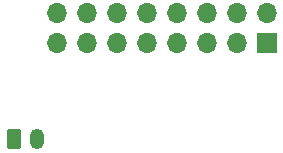
<source format=gbr>
%TF.GenerationSoftware,KiCad,Pcbnew,7.0.10-7.0.10~ubuntu22.04.1*%
%TF.CreationDate,2024-03-25T00:06:17+02:00*%
%TF.ProjectId,Power_Sub,506f7765-725f-4537-9562-2e6b69636164,rev?*%
%TF.SameCoordinates,Original*%
%TF.FileFunction,Soldermask,Bot*%
%TF.FilePolarity,Negative*%
%FSLAX46Y46*%
G04 Gerber Fmt 4.6, Leading zero omitted, Abs format (unit mm)*
G04 Created by KiCad (PCBNEW 7.0.10-7.0.10~ubuntu22.04.1) date 2024-03-25 00:06:17*
%MOMM*%
%LPD*%
G01*
G04 APERTURE LIST*
G04 Aperture macros list*
%AMRoundRect*
0 Rectangle with rounded corners*
0 $1 Rounding radius*
0 $2 $3 $4 $5 $6 $7 $8 $9 X,Y pos of 4 corners*
0 Add a 4 corners polygon primitive as box body*
4,1,4,$2,$3,$4,$5,$6,$7,$8,$9,$2,$3,0*
0 Add four circle primitives for the rounded corners*
1,1,$1+$1,$2,$3*
1,1,$1+$1,$4,$5*
1,1,$1+$1,$6,$7*
1,1,$1+$1,$8,$9*
0 Add four rect primitives between the rounded corners*
20,1,$1+$1,$2,$3,$4,$5,0*
20,1,$1+$1,$4,$5,$6,$7,0*
20,1,$1+$1,$6,$7,$8,$9,0*
20,1,$1+$1,$8,$9,$2,$3,0*%
G04 Aperture macros list end*
%ADD10RoundRect,0.250000X-0.350000X-0.625000X0.350000X-0.625000X0.350000X0.625000X-0.350000X0.625000X0*%
%ADD11O,1.200000X1.750000*%
%ADD12R,1.700000X1.700000*%
%ADD13O,1.700000X1.700000*%
G04 APERTURE END LIST*
D10*
%TO.C,J2*%
X71288400Y-50026400D03*
D11*
X73288400Y-50026400D03*
%TD*%
D12*
%TO.C,J1*%
X92710000Y-41910000D03*
D13*
X92710000Y-39370000D03*
X90170000Y-41910000D03*
X90170000Y-39370000D03*
X87630000Y-41910000D03*
X87630000Y-39370000D03*
X85090000Y-41910000D03*
X85090000Y-39370000D03*
X82550000Y-41910000D03*
X82550000Y-39370000D03*
X80010000Y-41910000D03*
X80010000Y-39370000D03*
X77470000Y-41910000D03*
X77470000Y-39370000D03*
X74930000Y-41910000D03*
X74930000Y-39370000D03*
%TD*%
M02*

</source>
